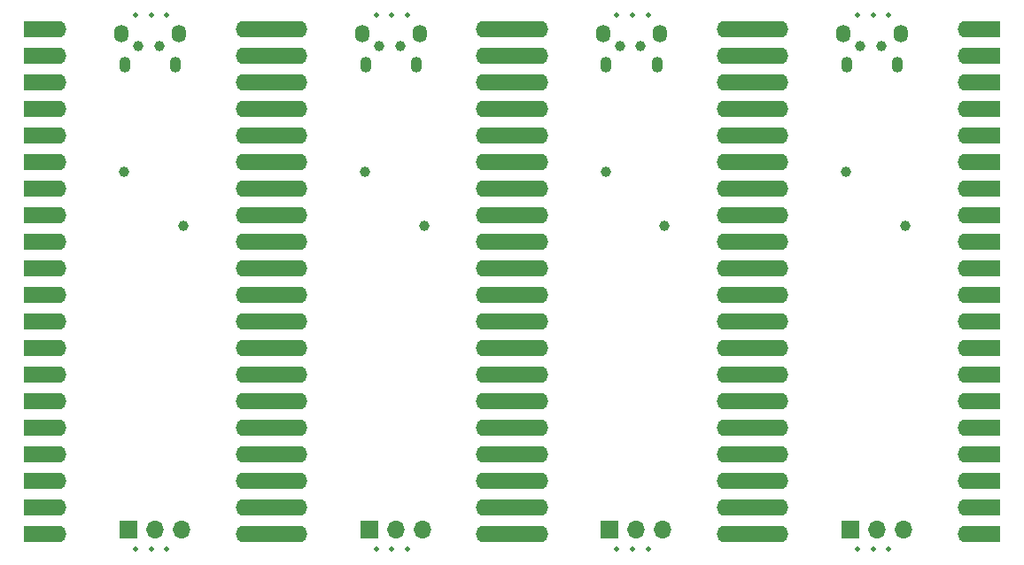
<source format=gbr>
%TF.GenerationSoftware,KiCad,Pcbnew,7.0.6*%
%TF.CreationDate,2023-08-11T19:51:35+07:00*%
%TF.ProjectId,Pico2040-Modular-Rev2-MP,5069636f-3230-4343-902d-4d6f64756c61,rev?*%
%TF.SameCoordinates,Original*%
%TF.FileFunction,Soldermask,Bot*%
%TF.FilePolarity,Negative*%
%FSLAX46Y46*%
G04 Gerber Fmt 4.6, Leading zero omitted, Abs format (unit mm)*
G04 Created by KiCad (PCBNEW 7.0.6) date 2023-08-11 19:51:35*
%MOMM*%
%LPD*%
G01*
G04 APERTURE LIST*
%ADD10C,1.000000*%
%ADD11R,3.200000X1.600000*%
%ADD12O,1.700000X1.600000*%
%ADD13C,0.500000*%
%ADD14R,1.700000X1.700000*%
%ADD15O,1.700000X1.700000*%
%ADD16O,1.350000X1.700000*%
%ADD17O,1.100000X1.500000*%
G04 APERTURE END LIST*
D10*
%TO.C,TP4*%
X157450000Y-41925000D03*
%TD*%
%TO.C,TP2*%
X183800000Y-29900000D03*
%TD*%
%TO.C,TP2*%
X137800000Y-29900000D03*
%TD*%
D11*
%TO.C,J3*%
X170510000Y-28300000D03*
D12*
X168900000Y-28300000D03*
D11*
X170510000Y-30840000D03*
D12*
X168900000Y-30840000D03*
D11*
X170510000Y-33380000D03*
D12*
X168900000Y-33380000D03*
D11*
X170510000Y-35920000D03*
D12*
X168900000Y-35920000D03*
D11*
X170510000Y-38460000D03*
D12*
X168900000Y-38460000D03*
D11*
X170510000Y-41000000D03*
D12*
X168900000Y-41000000D03*
D11*
X170510000Y-43540000D03*
D12*
X168900000Y-43540000D03*
D11*
X170510000Y-46080000D03*
D12*
X168900000Y-46080000D03*
D11*
X170510000Y-48620000D03*
D12*
X168900000Y-48620000D03*
D11*
X170510000Y-51160000D03*
D12*
X168900000Y-51160000D03*
D11*
X170510000Y-53700000D03*
D12*
X168900000Y-53700000D03*
D11*
X170510000Y-56240000D03*
D12*
X168900000Y-56240000D03*
D11*
X170510000Y-58780000D03*
D12*
X168900000Y-58780000D03*
D11*
X170510000Y-61320000D03*
D12*
X168900000Y-61320000D03*
D11*
X170510000Y-63860000D03*
D12*
X168900000Y-63860000D03*
D11*
X170510000Y-66400000D03*
D12*
X168900000Y-66400000D03*
D11*
X170510000Y-68940000D03*
D12*
X168900000Y-68940000D03*
D11*
X170510000Y-71480000D03*
D12*
X168900000Y-71480000D03*
D11*
X170510000Y-74020000D03*
D12*
X168900000Y-74020000D03*
D11*
X170510000Y-76560000D03*
D12*
X168900000Y-76560000D03*
%TD*%
D10*
%TO.C,TP3*%
X186100000Y-47100000D03*
%TD*%
D11*
%TO.C,J3*%
X193510000Y-28300000D03*
D12*
X191900000Y-28300000D03*
D11*
X193510000Y-30840000D03*
D12*
X191900000Y-30840000D03*
D11*
X193510000Y-33380000D03*
D12*
X191900000Y-33380000D03*
D11*
X193510000Y-35920000D03*
D12*
X191900000Y-35920000D03*
D11*
X193510000Y-38460000D03*
D12*
X191900000Y-38460000D03*
D11*
X193510000Y-41000000D03*
D12*
X191900000Y-41000000D03*
D11*
X193510000Y-43540000D03*
D12*
X191900000Y-43540000D03*
D11*
X193510000Y-46080000D03*
D12*
X191900000Y-46080000D03*
D11*
X193510000Y-48620000D03*
D12*
X191900000Y-48620000D03*
D11*
X193510000Y-51160000D03*
D12*
X191900000Y-51160000D03*
D11*
X193510000Y-53700000D03*
D12*
X191900000Y-53700000D03*
D11*
X193510000Y-56240000D03*
D12*
X191900000Y-56240000D03*
D11*
X193510000Y-58780000D03*
D12*
X191900000Y-58780000D03*
D11*
X193510000Y-61320000D03*
D12*
X191900000Y-61320000D03*
D11*
X193510000Y-63860000D03*
D12*
X191900000Y-63860000D03*
D11*
X193510000Y-66400000D03*
D12*
X191900000Y-66400000D03*
D11*
X193510000Y-68940000D03*
D12*
X191900000Y-68940000D03*
D11*
X193510000Y-71480000D03*
D12*
X191900000Y-71480000D03*
D11*
X193510000Y-74020000D03*
D12*
X191900000Y-74020000D03*
D11*
X193510000Y-76560000D03*
D12*
X191900000Y-76560000D03*
%TD*%
D10*
%TO.C,TP2*%
X114800000Y-29900000D03*
%TD*%
%TO.C,TP1*%
X181800000Y-29900000D03*
%TD*%
%TO.C,TP1*%
X158800000Y-29900000D03*
%TD*%
%TO.C,TP3*%
X117100000Y-47100000D03*
%TD*%
D11*
%TO.C,J3*%
X147510000Y-28300000D03*
D12*
X145900000Y-28300000D03*
D11*
X147510000Y-30840000D03*
D12*
X145900000Y-30840000D03*
D11*
X147510000Y-33380000D03*
D12*
X145900000Y-33380000D03*
D11*
X147510000Y-35920000D03*
D12*
X145900000Y-35920000D03*
D11*
X147510000Y-38460000D03*
D12*
X145900000Y-38460000D03*
D11*
X147510000Y-41000000D03*
D12*
X145900000Y-41000000D03*
D11*
X147510000Y-43540000D03*
D12*
X145900000Y-43540000D03*
D11*
X147510000Y-46080000D03*
D12*
X145900000Y-46080000D03*
D11*
X147510000Y-48620000D03*
D12*
X145900000Y-48620000D03*
D11*
X147510000Y-51160000D03*
D12*
X145900000Y-51160000D03*
D11*
X147510000Y-53700000D03*
D12*
X145900000Y-53700000D03*
D11*
X147510000Y-56240000D03*
D12*
X145900000Y-56240000D03*
D11*
X147510000Y-58780000D03*
D12*
X145900000Y-58780000D03*
D11*
X147510000Y-61320000D03*
D12*
X145900000Y-61320000D03*
D11*
X147510000Y-63860000D03*
D12*
X145900000Y-63860000D03*
D11*
X147510000Y-66400000D03*
D12*
X145900000Y-66400000D03*
D11*
X147510000Y-68940000D03*
D12*
X145900000Y-68940000D03*
D11*
X147510000Y-71480000D03*
D12*
X145900000Y-71480000D03*
D11*
X147510000Y-74020000D03*
D12*
X145900000Y-74020000D03*
D11*
X147510000Y-76560000D03*
D12*
X145900000Y-76560000D03*
%TD*%
D10*
%TO.C,TP3*%
X140100000Y-47100000D03*
%TD*%
%TO.C,TP3*%
X163100000Y-47100000D03*
%TD*%
%TO.C,TP1*%
X112800000Y-29900000D03*
%TD*%
%TO.C,TP2*%
X160800000Y-29900000D03*
%TD*%
%TO.C,TP1*%
X135800000Y-29900000D03*
%TD*%
D11*
%TO.C,J3*%
X124510000Y-28300000D03*
D12*
X122900000Y-28300000D03*
D11*
X124510000Y-30840000D03*
D12*
X122900000Y-30840000D03*
D11*
X124510000Y-33380000D03*
D12*
X122900000Y-33380000D03*
D11*
X124510000Y-35920000D03*
D12*
X122900000Y-35920000D03*
D11*
X124510000Y-38460000D03*
D12*
X122900000Y-38460000D03*
D11*
X124510000Y-41000000D03*
D12*
X122900000Y-41000000D03*
D11*
X124510000Y-43540000D03*
D12*
X122900000Y-43540000D03*
D11*
X124510000Y-46080000D03*
D12*
X122900000Y-46080000D03*
D11*
X124510000Y-48620000D03*
D12*
X122900000Y-48620000D03*
D11*
X124510000Y-51160000D03*
D12*
X122900000Y-51160000D03*
D11*
X124510000Y-53700000D03*
D12*
X122900000Y-53700000D03*
D11*
X124510000Y-56240000D03*
D12*
X122900000Y-56240000D03*
D11*
X124510000Y-58780000D03*
D12*
X122900000Y-58780000D03*
D11*
X124510000Y-61320000D03*
D12*
X122900000Y-61320000D03*
D11*
X124510000Y-63860000D03*
D12*
X122900000Y-63860000D03*
D11*
X124510000Y-66400000D03*
D12*
X122900000Y-66400000D03*
D11*
X124510000Y-68940000D03*
D12*
X122900000Y-68940000D03*
D11*
X124510000Y-71480000D03*
D12*
X122900000Y-71480000D03*
D11*
X124510000Y-74020000D03*
D12*
X122900000Y-74020000D03*
D11*
X124510000Y-76560000D03*
D12*
X122900000Y-76560000D03*
%TD*%
D10*
%TO.C,TP4*%
X180450000Y-41925000D03*
%TD*%
%TO.C,TP4*%
X111450000Y-41925000D03*
%TD*%
%TO.C,TP4*%
X134450000Y-41925000D03*
%TD*%
D13*
%TO.C,REF\u002A\u002A*%
X183000000Y-27000000D03*
%TD*%
%TO.C,REF\u002A\u002A*%
X147500000Y-48900000D03*
%TD*%
D14*
%TO.C,J4*%
X180825000Y-76125000D03*
D15*
X183365000Y-76125000D03*
X185905000Y-76125000D03*
%TD*%
D13*
%TO.C,REF\u002A\u002A*%
X158500000Y-27000000D03*
%TD*%
D11*
%TO.C,J2*%
X126490000Y-28300000D03*
D12*
X128100000Y-28300000D03*
D11*
X126490000Y-30840000D03*
D12*
X128100000Y-30840000D03*
D11*
X126490000Y-33380000D03*
D12*
X128100000Y-33380000D03*
D11*
X126490000Y-35920000D03*
D12*
X128100000Y-35920000D03*
D11*
X126490000Y-38460000D03*
D12*
X128100000Y-38460000D03*
D11*
X126490000Y-41000000D03*
D12*
X128100000Y-41000000D03*
D11*
X126490000Y-43540000D03*
D12*
X128100000Y-43540000D03*
D11*
X126490000Y-46080000D03*
D12*
X128100000Y-46080000D03*
D11*
X126490000Y-48620000D03*
D12*
X128100000Y-48620000D03*
D11*
X126490000Y-51160000D03*
D12*
X128100000Y-51160000D03*
D11*
X126490000Y-53700000D03*
D12*
X128100000Y-53700000D03*
D11*
X126490000Y-56240000D03*
D12*
X128100000Y-56240000D03*
D11*
X126490000Y-58780000D03*
D12*
X128100000Y-58780000D03*
D11*
X126490000Y-61320000D03*
D12*
X128100000Y-61320000D03*
D11*
X126490000Y-63860000D03*
D12*
X128100000Y-63860000D03*
D11*
X126490000Y-66400000D03*
D12*
X128100000Y-66400000D03*
D11*
X126490000Y-68940000D03*
D12*
X128100000Y-68940000D03*
D11*
X126490000Y-71480000D03*
D12*
X128100000Y-71480000D03*
D11*
X126490000Y-74020000D03*
D12*
X128100000Y-74020000D03*
D11*
X126490000Y-76560000D03*
D12*
X128100000Y-76560000D03*
%TD*%
D13*
%TO.C,REF\u002A\u002A*%
X126500000Y-48900000D03*
%TD*%
%TO.C,REF\u002A\u002A*%
X172500000Y-59100000D03*
%TD*%
%TO.C,REF\u002A\u002A*%
X149500000Y-48900000D03*
%TD*%
%TO.C,REF\u002A\u002A*%
X172500000Y-48900000D03*
%TD*%
%TO.C,REF\u002A\u002A*%
X149500000Y-59100000D03*
%TD*%
%TO.C,REF\u002A\u002A*%
X147500000Y-45900000D03*
%TD*%
%TO.C,REF\u002A\u002A*%
X135500000Y-27000000D03*
%TD*%
%TO.C,REF\u002A\u002A*%
X126500000Y-69300000D03*
%TD*%
%TO.C,REF\u002A\u002A*%
X126500000Y-45900000D03*
%TD*%
%TO.C,REF\u002A\u002A*%
X170500000Y-45900000D03*
%TD*%
%TO.C,REF\u002A\u002A*%
X172500000Y-38700000D03*
%TD*%
%TO.C,REF\u002A\u002A*%
X126500000Y-56100000D03*
%TD*%
%TO.C,REF\u002A\u002A*%
X172500000Y-45900000D03*
%TD*%
%TO.C,REF\u002A\u002A*%
X161500000Y-78000000D03*
%TD*%
%TO.C,REF\u002A\u002A*%
X160000000Y-27000000D03*
%TD*%
%TO.C,REF\u002A\u002A*%
X126500000Y-59100000D03*
%TD*%
%TO.C,REF\u002A\u002A*%
X114000000Y-78000000D03*
%TD*%
%TO.C,REF\u002A\u002A*%
X124500000Y-35700000D03*
%TD*%
%TO.C,REF\u002A\u002A*%
X158500000Y-78000000D03*
%TD*%
%TO.C,REF\u002A\u002A*%
X170500000Y-59100000D03*
%TD*%
D16*
%TO.C,J1*%
X139660000Y-28700000D03*
D17*
X139350000Y-31700000D03*
X134510000Y-31700000D03*
D16*
X134200000Y-28700000D03*
%TD*%
D13*
%TO.C,REF\u002A\u002A*%
X161500000Y-27000000D03*
%TD*%
%TO.C,REF\u002A\u002A*%
X181500000Y-27000000D03*
%TD*%
D14*
%TO.C,J4*%
X134825000Y-76125000D03*
D15*
X137365000Y-76125000D03*
X139905000Y-76125000D03*
%TD*%
D13*
%TO.C,REF\u002A\u002A*%
X147500000Y-38700000D03*
%TD*%
D11*
%TO.C,J2*%
X103490000Y-28300000D03*
D12*
X105100000Y-28300000D03*
D11*
X103490000Y-30840000D03*
D12*
X105100000Y-30840000D03*
D11*
X103490000Y-33380000D03*
D12*
X105100000Y-33380000D03*
D11*
X103490000Y-35920000D03*
D12*
X105100000Y-35920000D03*
D11*
X103490000Y-38460000D03*
D12*
X105100000Y-38460000D03*
D11*
X103490000Y-41000000D03*
D12*
X105100000Y-41000000D03*
D11*
X103490000Y-43540000D03*
D12*
X105100000Y-43540000D03*
D11*
X103490000Y-46080000D03*
D12*
X105100000Y-46080000D03*
D11*
X103490000Y-48620000D03*
D12*
X105100000Y-48620000D03*
D11*
X103490000Y-51160000D03*
D12*
X105100000Y-51160000D03*
D11*
X103490000Y-53700000D03*
D12*
X105100000Y-53700000D03*
D11*
X103490000Y-56240000D03*
D12*
X105100000Y-56240000D03*
D11*
X103490000Y-58780000D03*
D12*
X105100000Y-58780000D03*
D11*
X103490000Y-61320000D03*
D12*
X105100000Y-61320000D03*
D11*
X103490000Y-63860000D03*
D12*
X105100000Y-63860000D03*
D11*
X103490000Y-66400000D03*
D12*
X105100000Y-66400000D03*
D11*
X103490000Y-68940000D03*
D12*
X105100000Y-68940000D03*
D11*
X103490000Y-71480000D03*
D12*
X105100000Y-71480000D03*
D11*
X103490000Y-74020000D03*
D12*
X105100000Y-74020000D03*
D11*
X103490000Y-76560000D03*
D12*
X105100000Y-76560000D03*
%TD*%
D13*
%TO.C,REF\u002A\u002A*%
X170500000Y-38700000D03*
%TD*%
D16*
%TO.C,J1*%
X162660000Y-28700000D03*
D17*
X162350000Y-31700000D03*
X157510000Y-31700000D03*
D16*
X157200000Y-28700000D03*
%TD*%
%TO.C,J1*%
X116660000Y-28700000D03*
D17*
X116350000Y-31700000D03*
X111510000Y-31700000D03*
D16*
X111200000Y-28700000D03*
%TD*%
D13*
%TO.C,REF\u002A\u002A*%
X172500000Y-56100000D03*
%TD*%
D11*
%TO.C,J2*%
X172490000Y-28300000D03*
D12*
X174100000Y-28300000D03*
D11*
X172490000Y-30840000D03*
D12*
X174100000Y-30840000D03*
D11*
X172490000Y-33380000D03*
D12*
X174100000Y-33380000D03*
D11*
X172490000Y-35920000D03*
D12*
X174100000Y-35920000D03*
D11*
X172490000Y-38460000D03*
D12*
X174100000Y-38460000D03*
D11*
X172490000Y-41000000D03*
D12*
X174100000Y-41000000D03*
D11*
X172490000Y-43540000D03*
D12*
X174100000Y-43540000D03*
D11*
X172490000Y-46080000D03*
D12*
X174100000Y-46080000D03*
D11*
X172490000Y-48620000D03*
D12*
X174100000Y-48620000D03*
D11*
X172490000Y-51160000D03*
D12*
X174100000Y-51160000D03*
D11*
X172490000Y-53700000D03*
D12*
X174100000Y-53700000D03*
D11*
X172490000Y-56240000D03*
D12*
X174100000Y-56240000D03*
D11*
X172490000Y-58780000D03*
D12*
X174100000Y-58780000D03*
D11*
X172490000Y-61320000D03*
D12*
X174100000Y-61320000D03*
D11*
X172490000Y-63860000D03*
D12*
X174100000Y-63860000D03*
D11*
X172490000Y-66400000D03*
D12*
X174100000Y-66400000D03*
D11*
X172490000Y-68940000D03*
D12*
X174100000Y-68940000D03*
D11*
X172490000Y-71480000D03*
D12*
X174100000Y-71480000D03*
D11*
X172490000Y-74020000D03*
D12*
X174100000Y-74020000D03*
D11*
X172490000Y-76560000D03*
D12*
X174100000Y-76560000D03*
%TD*%
D13*
%TO.C,REF\u002A\u002A*%
X149500000Y-66300000D03*
%TD*%
%TO.C,REF\u002A\u002A*%
X147500000Y-56100000D03*
%TD*%
%TO.C,REF\u002A\u002A*%
X170500000Y-66300000D03*
%TD*%
%TO.C,REF\u002A\u002A*%
X147500000Y-69300000D03*
%TD*%
%TO.C,REF\u002A\u002A*%
X115500000Y-78000000D03*
%TD*%
%TO.C,REF\u002A\u002A*%
X181500000Y-78000000D03*
%TD*%
%TO.C,REF\u002A\u002A*%
X149500000Y-38700000D03*
%TD*%
%TO.C,REF\u002A\u002A*%
X149500000Y-45900000D03*
%TD*%
%TO.C,REF\u002A\u002A*%
X170500000Y-56100000D03*
%TD*%
%TO.C,REF\u002A\u002A*%
X147500000Y-59100000D03*
%TD*%
%TO.C,REF\u002A\u002A*%
X124500000Y-38700000D03*
%TD*%
%TO.C,REF\u002A\u002A*%
X126500000Y-66300000D03*
%TD*%
%TO.C,REF\u002A\u002A*%
X149500000Y-56100000D03*
%TD*%
%TO.C,REF\u002A\u002A*%
X138500000Y-27000000D03*
%TD*%
%TO.C,REF\u002A\u002A*%
X112500000Y-27000000D03*
%TD*%
%TO.C,REF\u002A\u002A*%
X114000000Y-27000000D03*
%TD*%
%TO.C,REF\u002A\u002A*%
X137000000Y-78000000D03*
%TD*%
%TO.C,REF\u002A\u002A*%
X172500000Y-35700000D03*
%TD*%
D14*
%TO.C,J4*%
X111825000Y-76125000D03*
D15*
X114365000Y-76125000D03*
X116905000Y-76125000D03*
%TD*%
D13*
%TO.C,REF\u002A\u002A*%
X126500000Y-38700000D03*
%TD*%
%TO.C,REF\u002A\u002A*%
X170500000Y-48900000D03*
%TD*%
%TO.C,REF\u002A\u002A*%
X147500000Y-66300000D03*
%TD*%
D14*
%TO.C,J4*%
X157825000Y-76125000D03*
D15*
X160365000Y-76125000D03*
X162905000Y-76125000D03*
%TD*%
D13*
%TO.C,REF\u002A\u002A*%
X149500000Y-35700000D03*
%TD*%
%TO.C,REF\u002A\u002A*%
X137000000Y-27000000D03*
%TD*%
%TO.C,REF\u002A\u002A*%
X124500000Y-59100000D03*
%TD*%
%TO.C,REF\u002A\u002A*%
X183000000Y-78000000D03*
%TD*%
%TO.C,REF\u002A\u002A*%
X124500000Y-69300000D03*
%TD*%
%TO.C,REF\u002A\u002A*%
X124500000Y-48900000D03*
%TD*%
D11*
%TO.C,J2*%
X149490000Y-28300000D03*
D12*
X151100000Y-28300000D03*
D11*
X149490000Y-30840000D03*
D12*
X151100000Y-30840000D03*
D11*
X149490000Y-33380000D03*
D12*
X151100000Y-33380000D03*
D11*
X149490000Y-35920000D03*
D12*
X151100000Y-35920000D03*
D11*
X149490000Y-38460000D03*
D12*
X151100000Y-38460000D03*
D11*
X149490000Y-41000000D03*
D12*
X151100000Y-41000000D03*
D11*
X149490000Y-43540000D03*
D12*
X151100000Y-43540000D03*
D11*
X149490000Y-46080000D03*
D12*
X151100000Y-46080000D03*
D11*
X149490000Y-48620000D03*
D12*
X151100000Y-48620000D03*
D11*
X149490000Y-51160000D03*
D12*
X151100000Y-51160000D03*
D11*
X149490000Y-53700000D03*
D12*
X151100000Y-53700000D03*
D11*
X149490000Y-56240000D03*
D12*
X151100000Y-56240000D03*
D11*
X149490000Y-58780000D03*
D12*
X151100000Y-58780000D03*
D11*
X149490000Y-61320000D03*
D12*
X151100000Y-61320000D03*
D11*
X149490000Y-63860000D03*
D12*
X151100000Y-63860000D03*
D11*
X149490000Y-66400000D03*
D12*
X151100000Y-66400000D03*
D11*
X149490000Y-68940000D03*
D12*
X151100000Y-68940000D03*
D11*
X149490000Y-71480000D03*
D12*
X151100000Y-71480000D03*
D11*
X149490000Y-74020000D03*
D12*
X151100000Y-74020000D03*
D11*
X149490000Y-76560000D03*
D12*
X151100000Y-76560000D03*
%TD*%
D13*
%TO.C,REF\u002A\u002A*%
X170500000Y-35700000D03*
%TD*%
%TO.C,REF\u002A\u002A*%
X124500000Y-66300000D03*
%TD*%
%TO.C,REF\u002A\u002A*%
X172500000Y-66300000D03*
%TD*%
%TO.C,REF\u002A\u002A*%
X147500000Y-35700000D03*
%TD*%
D16*
%TO.C,J1*%
X185660000Y-28700000D03*
D17*
X185350000Y-31700000D03*
X180510000Y-31700000D03*
D16*
X180200000Y-28700000D03*
%TD*%
D13*
%TO.C,REF\u002A\u002A*%
X115500000Y-27000000D03*
%TD*%
%TO.C,REF\u002A\u002A*%
X138500000Y-78000000D03*
%TD*%
%TO.C,REF\u002A\u002A*%
X149500000Y-69300000D03*
%TD*%
%TO.C,REF\u002A\u002A*%
X124500000Y-45900000D03*
%TD*%
%TO.C,REF\u002A\u002A*%
X160000000Y-78000000D03*
%TD*%
%TO.C,REF\u002A\u002A*%
X124500000Y-56100000D03*
%TD*%
%TO.C,REF\u002A\u002A*%
X170500000Y-69300000D03*
%TD*%
%TO.C,REF\u002A\u002A*%
X184500000Y-27000000D03*
%TD*%
%TO.C,REF\u002A\u002A*%
X126500000Y-35700000D03*
%TD*%
%TO.C,REF\u002A\u002A*%
X135500000Y-78000000D03*
%TD*%
%TO.C,REF\u002A\u002A*%
X112500000Y-78000000D03*
%TD*%
%TO.C,REF\u002A\u002A*%
X172500000Y-69300000D03*
%TD*%
%TO.C,REF\u002A\u002A*%
X184500000Y-78000000D03*
%TD*%
M02*

</source>
